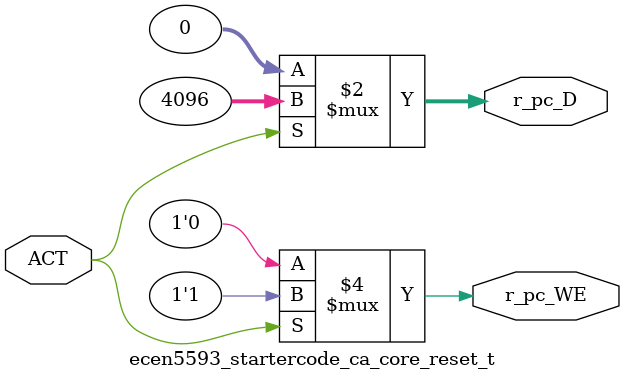
<source format=v>
/**
 *  Codasip s.r.o.
 * 
 *  CONFIDENTIAL
 * 
 *  Copyright 2024 Codasip s.r.o.
 * 
 *  All Rights Reserved.
 *  This file is part of the Codasip Studio product. No part of the Studio product, including this
 *  file, may be use, copied, modified, or distributed except in accordance with the terms contained
 *  in Codasip license agreement under which you obtained this file.
 * 
 *  \file
 *  \date    2024-02-27
 *  \author  Codasip (c) HW generator
 *  \version 9.4.2
 *  \brief   Contains module definition of the 'ecen5593_startercode_ca_core_reset_t' functional unit.
 */

module ecen5593_startercode_ca_core_reset_t(
    input  wire ACT,
    output wire [31:0] r_pc_D,
    output wire r_pc_WE
);
    // data-path code:
    // /home/project/ecen5593-startercode/model/ca/events/ca_main_reset.codal:34:9
    // r_pc.write((int32)(0x1000));
    assign r_pc_D = (ACT == 1'b1) ? 32'h00001000 : 32'h00000000;
    // /home/project/ecen5593-startercode/model/ca/events/ca_main_reset.codal:34:9
    // r_pc.write((int32)(0x1000));
    assign r_pc_WE = (ACT == 1'b1) ? 1'b1 : 1'b0;
endmodule // ecen5593_startercode_ca_core_reset_t

</source>
